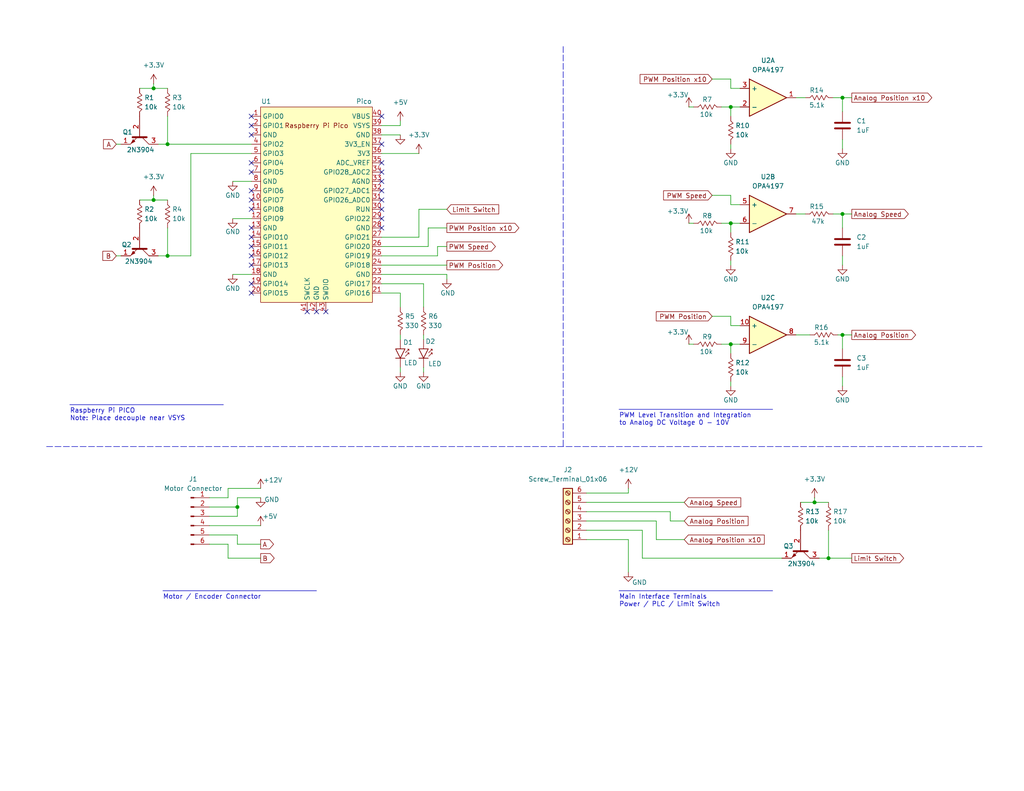
<source format=kicad_sch>
(kicad_sch (version 20231120) (generator "eeschema") (generator_version "8.0")
  (paper "USLetter")
  (title_block (title "PICO Motor Interface") (date "2024-06-24") (rev "0.00 alpha") (company "ISU") (comment 1 "Pico/Motor Interface"))
  (lib_symbols
    (symbol "00TJR:GND" (power) (pin_names (offset 0))
      (property "Value" "GND" (at 0 -3.81 0))
      (symbol "GND_0_1"
        (polyline (pts (xy 0 0) (xy 0 -1.27) (xy 1.27 -1.27) (xy 0 -2.54) (xy -1.27 -1.27) (xy 0 -1.27)))
      )
      (symbol "GND_1_1"
        (pin power_in line (at 0 0 270) (length 0) hide (name "GND") (number "1"))
      )
    )
    (symbol "00TJR:LED" (pin_numbers hide) (pin_names (offset 1.016) hide)
      (property "Reference" "D" (at -1.6764 2.921 0))
      (property "Value" "LED" (at 2.6416 2.8956 0))
      (symbol "LED_0_1"
        (polyline (pts (xy 1.27 -1.27) (xy -1.27 -1.27)) (stroke (width 0.2032)))
        (polyline (pts (xy 1.27 1.27) (xy -1.27 1.27) (xy 0 -1.27) (xy 1.27 1.27)) (stroke (width 0.2032)))
        (polyline (pts (xy 1.397 0.2286) (xy 2.3622 1.1938) (xy 2.3622 0.7874) (xy 2.3622 1.1938) (xy 1.9812 1.1938)))
      )
      (symbol "LED_1_1"
        (polyline (pts (xy 1.397 -0.762) (xy 2.3622 0.2032) (xy 2.3622 -0.2032) (xy 2.3622 0.2032) (xy 1.9812 0.2032)))
        (pin passive line (at 0 -3.81 90) (length 2.54) (name "K") (number "1"))
        (pin passive line (at 0 3.81 270) (length 2.54) (name "A") (number "2"))
      )
    )
    (symbol "Amplifier_Operational:OPA4197xPW"
      (property "Reference" "U" (at 0 3.81 0))
      (property "Value" "OPA4197xPW" (at 0 -3.81 0))
      (symbol "OPA4197xPW_1_1"
        (polyline (pts (xy -5.08 5.08) (xy 5.08 0) (xy -5.08 -5.08) (xy -5.08 5.08)) (stroke (width 0.254)) (fill (type background)))
        (pin output line (at 7.62 0 180) (length 2.54) (name "~") (number "1"))
        (pin input line (at -7.62 -2.54 0) (length 2.54) (name "-") (number "2"))
        (pin input line (at -7.62 2.54 0) (length 2.54) (name "+") (number "3"))
      )
      (symbol "OPA4197xPW_2_1"
        (polyline (pts (xy -5.08 5.08) (xy 5.08 0) (xy -5.08 -5.08) (xy -5.08 5.08)) (stroke (width 0.254)) (fill (type background)))
        (pin input line (at -7.62 2.54 0) (length 2.54) (name "+") (number "5"))
        (pin input line (at -7.62 -2.54 0) (length 2.54) (name "-") (number "6"))
        (pin output line (at 7.62 0 180) (length 2.54) (name "~") (number "7"))
      )
      (symbol "OPA4197xPW_3_1"
        (polyline (pts (xy -5.08 5.08) (xy 5.08 0) (xy -5.08 -5.08) (xy -5.08 5.08)) (stroke (width 0.254)) (fill (type background)))
        (pin input line (at -7.62 2.54 0) (length 2.54) (name "+") (number "10"))
        (pin output line (at 7.62 0 180) (length 2.54) (name "~") (number "8"))
        (pin input line (at -7.62 -2.54 0) (length 2.54) (name "-") (number "9"))
      )
      (symbol "OPA4197xPW_4_1"
        (polyline (pts (xy -5.08 5.08) (xy 5.08 0) (xy -5.08 -5.08) (xy -5.08 5.08)) (stroke (width 0.254)) (fill (type background)))
        (pin input line (at -7.62 2.54 0) (length 2.54) (name "+") (number "12"))
        (pin input line (at -7.62 -2.54 0) (length 2.54) (name "-") (number "13"))
        (pin output line (at 7.62 0 180) (length 2.54) (name "~") (number "14"))
      )
      (symbol "OPA4197xPW_5_1"
        (pin power_in line (at -2.54 -7.62 90) (length 3.81) (name "V-") (number "11"))
        (pin power_in line (at -2.54 7.62 270) (length 3.81) (name "V+") (number "4"))
      )
    )
    (symbol "C_1" (pin_numbers hide) (pin_names (offset 0.254))
      (property "Reference" "C" (at 0.635 2.54 0))
      (property "Value" "C" (at 0.635 -2.54 0))
      (symbol "C_1_0_1"
        (polyline (pts (xy -2.032 -0.762) (xy 2.032 -0.762)) (stroke (width 0.508)))
        (polyline (pts (xy -2.032 0.762) (xy 2.032 0.762)) (stroke (width 0.508)))
      )
      (symbol "C_1_1_1"
        (pin passive line (at 0 3.81 270) (length 2.794) (name "~") (number "1"))
        (pin passive line (at 0 -3.81 90) (length 2.794) (name "~") (number "2"))
      )
    )
    (symbol "C_2" (pin_numbers hide) (pin_names (offset 0.254))
      (property "Reference" "C" (at 0.635 2.54 0))
      (property "Value" "C" (at 0.635 -2.54 0))
      (symbol "C_2_0_1"
        (polyline (pts (xy -2.032 -0.762) (xy 2.032 -0.762)) (stroke (width 0.508)))
        (polyline (pts (xy -2.032 0.762) (xy 2.032 0.762)) (stroke (width 0.508)))
      )
      (symbol "C_2_1_1"
        (pin passive line (at 0 3.81 270) (length 2.794) (name "~") (number "1"))
        (pin passive line (at 0 -3.81 90) (length 2.794) (name "~") (number "2"))
      )
    )
    (symbol "Connector:Conn_01x06_Pin" (pin_names (offset 1.016) hide)
      (property "Reference" "J" (at 0 7.62 0))
      (property "Value" "Conn_01x06_Pin" (at 0 -10.16 0))
      (symbol "Conn_01x06_Pin_1_1"
        (polyline (pts (xy 1.27 -7.62) (xy 0.8636 -7.62)) (stroke (width 0.1524)))
        (polyline (pts (xy 1.27 -5.08) (xy 0.8636 -5.08)) (stroke (width 0.1524)))
        (polyline (pts (xy 1.27 -2.54) (xy 0.8636 -2.54)) (stroke (width 0.1524)))
        (polyline (pts (xy 1.27 0) (xy 0.8636 0)) (stroke (width 0.1524)))
        (polyline (pts (xy 1.27 2.54) (xy 0.8636 2.54)) (stroke (width 0.1524)))
        (polyline (pts (xy 1.27 5.08) (xy 0.8636 5.08)) (stroke (width 0.1524)))
        (rectangle (start 0.8636 -7.493) (end 0 -7.747) (stroke (width 0.1524)) (fill (type outline)))
        (rectangle (start 0.8636 -4.953) (end 0 -5.207) (stroke (width 0.1524)) (fill (type outline)))
        (rectangle (start 0.8636 -2.413) (end 0 -2.667) (stroke (width 0.1524)) (fill (type outline)))
        (rectangle (start 0.8636 0.127) (end 0 -0.127) (stroke (width 0.1524)) (fill (type outline)))
        (rectangle (start 0.8636 2.667) (end 0 2.413) (stroke (width 0.1524)) (fill (type outline)))
        (rectangle (start 0.8636 5.207) (end 0 4.953) (stroke (width 0.1524)) (fill (type outline)))
        (pin passive line (at 5.08 5.08 180) (length 3.81) (name "Pin_1") (number "1"))
        (pin passive line (at 5.08 2.54 180) (length 3.81) (name "Pin_2") (number "2"))
        (pin passive line (at 5.08 0 180) (length 3.81) (name "Pin_3") (number "3"))
        (pin passive line (at 5.08 -2.54 180) (length 3.81) (name "Pin_4") (number "4"))
        (pin passive line (at 5.08 -5.08 180) (length 3.81) (name "Pin_5") (number "5"))
        (pin passive line (at 5.08 -7.62 180) (length 3.81) (name "Pin_6") (number "6"))
      )
    )
    (symbol "Connector:Screw_Terminal_01x06" (pin_names (offset 1.016) hide)
      (property "Reference" "J" (at 0 7.62 0))
      (property "Value" "Screw_Terminal_01x06" (at 0 -10.16 0))
      (symbol "Screw_Terminal_01x06_1_1"
        (rectangle (start -1.27 6.35) (end 1.27 -8.89) (stroke (width 0.254)) (fill (type background)))
        (circle (center 0 -7.62) (radius 0.635) (stroke (width 0.1524)))
        (circle (center 0 -5.08) (radius 0.635) (stroke (width 0.1524)))
        (circle (center 0 -2.54) (radius 0.635) (stroke (width 0.1524)))
        (polyline (pts (xy -0.5334 -7.2898) (xy 0.3302 -8.128)) (stroke (width 0.1524)))
        (polyline (pts (xy -0.5334 -4.7498) (xy 0.3302 -5.588)) (stroke (width 0.1524)))
        (polyline (pts (xy -0.5334 -2.2098) (xy 0.3302 -3.048)) (stroke (width 0.1524)))
        (polyline (pts (xy -0.5334 0.3302) (xy 0.3302 -0.508)) (stroke (width 0.1524)))
        (polyline (pts (xy -0.5334 2.8702) (xy 0.3302 2.032)) (stroke (width 0.1524)))
        (polyline (pts (xy -0.5334 5.4102) (xy 0.3302 4.572)) (stroke (width 0.1524)))
        (polyline (pts (xy -0.3556 -7.112) (xy 0.508 -7.9502)) (stroke (width 0.1524)))
        (polyline (pts (xy -0.3556 -4.572) (xy 0.508 -5.4102)) (stroke (width 0.1524)))
        (polyline (pts (xy -0.3556 -2.032) (xy 0.508 -2.8702)) (stroke (width 0.1524)))
        (polyline (pts (xy -0.3556 0.508) (xy 0.508 -0.3302)) (stroke (width 0.1524)))
        (polyline (pts (xy -0.3556 3.048) (xy 0.508 2.2098)) (stroke (width 0.1524)))
        (polyline (pts (xy -0.3556 5.588) (xy 0.508 4.7498)) (stroke (width 0.1524)))
        (circle (center 0 0) (radius 0.635) (stroke (width 0.1524)))
        (circle (center 0 2.54) (radius 0.635) (stroke (width 0.1524)))
        (circle (center 0 5.08) (radius 0.635) (stroke (width 0.1524)))
        (pin passive line (at -5.08 5.08 0) (length 3.81) (name "Pin_1") (number "1"))
        (pin passive line (at -5.08 2.54 0) (length 3.81) (name "Pin_2") (number "2"))
        (pin passive line (at -5.08 0 0) (length 3.81) (name "Pin_3") (number "3"))
        (pin passive line (at -5.08 -2.54 0) (length 3.81) (name "Pin_4") (number "4"))
        (pin passive line (at -5.08 -5.08 0) (length 3.81) (name "Pin_5") (number "5"))
        (pin passive line (at -5.08 -7.62 0) (length 3.81) (name "Pin_6") (number "6"))
      )
    )
    (symbol "Device:C" (pin_numbers hide) (pin_names (offset 0.254))
      (property "Reference" "C" (at 0.635 2.54 0))
      (property "Value" "C" (at 0.635 -2.54 0))
      (symbol "C_0_1"
        (polyline (pts (xy -2.032 -0.762) (xy 2.032 -0.762)) (stroke (width 0.508)))
        (polyline (pts (xy -2.032 0.762) (xy 2.032 0.762)) (stroke (width 0.508)))
      )
      (symbol "C_1_1"
        (pin passive line (at 0 3.81 270) (length 2.794) (name "~") (number "1"))
        (pin passive line (at 0 -3.81 90) (length 2.794) (name "~") (number "2"))
      )
    )
    (symbol "F2018-cache:GND" (power) (pin_names (offset 0))
      (property "Value" "GND" (at 0 -3.81 0))
      (symbol "GND_0_1"
        (polyline (pts (xy 0 0) (xy 0 -1.27) (xy 1.27 -1.27) (xy 0 -2.54) (xy -1.27 -1.27) (xy 0 -1.27)))
      )
      (symbol "GND_1_1"
        (pin power_in line (at 0 0 270) (length 0) hide (name "GND") (number "1"))
      )
    )
    (symbol "MCU_RaspberryPi_and_Boards:Pico"
      (property "Reference" "U" (at -13.97 27.94 0))
      (property "Value" "Pico" (at 0 19.05 0))
      (symbol "Pico_0_0"
        (text "Raspberry Pi Pico" (at 0 21.59 0) (effects (font (size 1.27 1.27))))
      )
      (symbol "Pico_0_1"
        (rectangle (start -15.24 26.67) (end 15.24 -26.67) (fill (type background)))
      )
      (symbol "Pico_1_1"
        (pin bidirectional line (at -17.78 24.13 0) (length 2.54) (name "GPIO0") (number "1"))
        (pin bidirectional line (at -17.78 1.27 0) (length 2.54) (name "GPIO7") (number "10"))
        (pin bidirectional line (at -17.78 -1.27 0) (length 2.54) (name "GPIO8") (number "11"))
        (pin bidirectional line (at -17.78 -3.81 0) (length 2.54) (name "GPIO9") (number "12"))
        (pin power_in line (at -17.78 -6.35 0) (length 2.54) (name "GND") (number "13"))
        (pin bidirectional line (at -17.78 -8.89 0) (length 2.54) (name "GPIO10") (number "14"))
        (pin bidirectional line (at -17.78 -11.43 0) (length 2.54) (name "GPIO11") (number "15"))
        (pin bidirectional line (at -17.78 -13.97 0) (length 2.54) (name "GPIO12") (number "16"))
        (pin bidirectional line (at -17.78 -16.51 0) (length 2.54) (name "GPIO13") (number "17"))
        (pin power_in line (at -17.78 -19.05 0) (length 2.54) (name "GND") (number "18"))
        (pin bidirectional line (at -17.78 -21.59 0) (length 2.54) (name "GPIO14") (number "19"))
        (pin bidirectional line (at -17.78 21.59 0) (length 2.54) (name "GPIO1") (number "2"))
        (pin bidirectional line (at -17.78 -24.13 0) (length 2.54) (name "GPIO15") (number "20"))
        (pin bidirectional line (at 17.78 -24.13 180) (length 2.54) (name "GPIO16") (number "21"))
        (pin bidirectional line (at 17.78 -21.59 180) (length 2.54) (name "GPIO17") (number "22"))
        (pin power_in line (at 17.78 -19.05 180) (length 2.54) (name "GND") (number "23"))
        (pin bidirectional line (at 17.78 -16.51 180) (length 2.54) (name "GPIO18") (number "24"))
        (pin bidirectional line (at 17.78 -13.97 180) (length 2.54) (name "GPIO19") (number "25"))
        (pin bidirectional line (at 17.78 -11.43 180) (length 2.54) (name "GPIO20") (number "26"))
        (pin bidirectional line (at 17.78 -8.89 180) (length 2.54) (name "GPIO21") (number "27"))
        (pin power_in line (at 17.78 -6.35 180) (length 2.54) (name "GND") (number "28"))
        (pin bidirectional line (at 17.78 -3.81 180) (length 2.54) (name "GPIO22") (number "29"))
        (pin power_in line (at -17.78 19.05 0) (length 2.54) (name "GND") (number "3"))
        (pin input line (at 17.78 -1.27 180) (length 2.54) (name "RUN") (number "30"))
        (pin bidirectional line (at 17.78 1.27 180) (length 2.54) (name "GPIO26_ADC0") (number "31"))
        (pin bidirectional line (at 17.78 3.81 180) (length 2.54) (name "GPIO27_ADC1") (number "32"))
        (pin power_in line (at 17.78 6.35 180) (length 2.54) (name "AGND") (number "33"))
        (pin bidirectional line (at 17.78 8.89 180) (length 2.54) (name "GPIO28_ADC2") (number "34"))
        (pin power_in line (at 17.78 11.43 180) (length 2.54) (name "ADC_VREF") (number "35"))
        (pin power_in line (at 17.78 13.97 180) (length 2.54) (name "3V3") (number "36"))
        (pin input line (at 17.78 16.51 180) (length 2.54) (name "3V3_EN") (number "37"))
        (pin bidirectional line (at 17.78 19.05 180) (length 2.54) (name "GND") (number "38"))
        (pin power_in line (at 17.78 21.59 180) (length 2.54) (name "VSYS") (number "39"))
        (pin bidirectional line (at -17.78 16.51 0) (length 2.54) (name "GPIO2") (number "4"))
        (pin power_in line (at 17.78 24.13 180) (length 2.54) (name "VBUS") (number "40"))
        (pin input line (at -2.54 -29.21 90) (length 2.54) (name "SWCLK") (number "41"))
        (pin power_in line (at 0 -29.21 90) (length 2.54) (name "GND") (number "42"))
        (pin bidirectional line (at 2.54 -29.21 90) (length 2.54) (name "SWDIO") (number "43"))
        (pin bidirectional line (at -17.78 13.97 0) (length 2.54) (name "GPIO3") (number "5"))
        (pin bidirectional line (at -17.78 11.43 0) (length 2.54) (name "GPIO4") (number "6"))
        (pin bidirectional line (at -17.78 8.89 0) (length 2.54) (name "GPIO5") (number "7"))
        (pin power_in line (at -17.78 6.35 0) (length 2.54) (name "GND") (number "8"))
        (pin bidirectional line (at -17.78 3.81 0) (length 2.54) (name "GPIO6") (number "9"))
      )
    )
    (symbol "TJR:2N3904" (pin_names (offset 0) hide)
      (property "Reference" "Q" (at 5.08 1.905 0))
      (property "Value" "2N3904" (at 5.08 0 0))
      (symbol "2N3904_0_1"
        (polyline (pts (xy 0.635 0.635) (xy 2.54 2.54)))
        (polyline (pts (xy 0.635 -0.635) (xy 2.54 -2.54) (xy 2.54 -2.54)))
        (polyline (pts (xy 0.635 1.905) (xy 0.635 -1.905) (xy 0.635 -1.905)) (stroke (width 0.508)))
        (polyline (pts (xy 1.27 -1.778) (xy 1.778 -1.27) (xy 2.286 -2.286) (xy 1.27 -1.778) (xy 1.27 -1.778)) (fill (type outline)))
      )
      (symbol "2N3904_1_1"
        (pin passive line (at 2.54 -5.08 90) (length 2.54) (name "E") (number "1"))
        (pin passive line (at -5.08 0 0) (length 5.715) (name "B") (number "2"))
        (pin passive line (at 2.54 5.08 270) (length 2.54) (name "C") (number "3"))
      )
    )
    (symbol "TJR:R" (pin_numbers hide) (pin_names (offset 0) hide)
      (property "Reference" "R" (at 2.032 0 0))
      (property "Value" "R" (at -1.905 0 0))
      (symbol "R_0_1"
        (polyline (pts (xy 0 2.54) (xy 0.635 1.905) (xy -0.635 1.27) (xy 0.635 0.635) (xy -0.635 0) (xy 0.635 -0.635) (xy -0.635 -1.27) (xy 0.635 -1.905) (xy 0 -2.54)))
      )
      (symbol "R_1_1"
        (pin passive line (at 0 3.81 270) (length 1.27) (name "~") (number "1"))
        (pin passive line (at 0 -3.81 90) (length 1.27) (name "~") (number "2"))
      )
    )
    (symbol "power:+12V" (power) (pin_numbers hide) (pin_names (offset 0) hide)
      (property "Value" "+12V" (at 0 3.556 0))
      (symbol "+12V_0_1"
        (polyline (pts (xy -0.762 1.27) (xy 0 2.54)))
        (polyline (pts (xy 0 0) (xy 0 2.54)))
        (polyline (pts (xy 0 2.54) (xy 0.762 1.27)))
      )
      (symbol "+12V_1_1"
        (pin power_in line (at 0 0 90) (length 0) (name "~") (number "1"))
      )
    )
    (symbol "power:+3.3V" (power) (pin_numbers hide) (pin_names (offset 0) hide)
      (property "Value" "+3.3V" (at 0 3.556 0))
      (symbol "+3.3V_0_1"
        (polyline (pts (xy -0.762 1.27) (xy 0 2.54)))
        (polyline (pts (xy 0 0) (xy 0 2.54)))
        (polyline (pts (xy 0 2.54) (xy 0.762 1.27)))
      )
      (symbol "+3.3V_1_1"
        (pin power_in line (at 0 0 90) (length 0) (name "~") (number "1"))
      )
    )
    (symbol "power:+5V" (power) (pin_numbers hide) (pin_names (offset 0) hide)
      (property "Value" "+5V" (at 0 3.556 0))
      (symbol "+5V_0_1"
        (polyline (pts (xy -0.762 1.27) (xy 0 2.54)))
        (polyline (pts (xy 0 0) (xy 0 2.54)))
        (polyline (pts (xy 0 2.54) (xy 0.762 1.27)))
      )
      (symbol "+5V_1_1"
        (pin power_in line (at 0 0 90) (length 0) (name "~") (number "1"))
      )
    )
  )
  (junction (at 64.77 138.43))
  (junction (at 45.72 39.37))
  (junction (at 41.91 24.13))
  (junction (at 199.39 93.98))
  (junction (at 41.91 54.61))
  (junction (at 199.39 60.96))
  (junction (at 199.39 29.21))
  (junction (at 229.87 58.42))
  (junction (at 229.87 26.67))
  (junction (at 226.06 152.4))
  (junction (at 45.72 69.85))
  (junction (at 229.87 91.44))
  (junction (at 222.25 137.16))
  (no_connect (at 104.14 52.07))
  (no_connect (at 68.58 52.07))
  (no_connect (at 104.14 54.61))
  (no_connect (at 86.36 85.09))
  (no_connect (at 68.58 57.15))
  (no_connect (at 68.58 54.61))
  (no_connect (at 68.58 46.99))
  (no_connect (at 68.58 34.29))
  (no_connect (at 68.58 62.23))
  (no_connect (at 68.58 31.75))
  (no_connect (at 68.58 77.47))
  (no_connect (at 88.9 85.09))
  (no_connect (at 68.58 80.01))
  (no_connect (at 104.14 62.23))
  (no_connect (at 68.58 36.83))
  (no_connect (at 104.14 31.75))
  (no_connect (at 104.14 39.37))
  (no_connect (at 104.14 44.45))
  (no_connect (at 68.58 69.85))
  (no_connect (at 68.58 44.45))
  (no_connect (at 68.58 67.31))
  (no_connect (at 104.14 49.53))
  (no_connect (at 104.14 46.99))
  (no_connect (at 68.58 72.39))
  (no_connect (at 104.14 57.15))
  (no_connect (at 83.82 85.09))
  (no_connect (at 68.58 64.77))
  (no_connect (at 104.14 59.69))
  (wire (pts (xy 119.38 67.31) (xy 119.38 69.85)))
  (wire (pts (xy 182.88 139.7) (xy 182.88 142.24)))
  (polyline (pts (xy 168.91 161.29) (xy 210.82 161.29)) (stroke (width 0) (type solid)))
  (wire (pts (xy 229.87 91.44) (xy 232.41 91.44)))
  (wire (pts (xy 104.14 34.29) (xy 109.22 34.29)))
  (wire (pts (xy 227.33 58.42) (xy 229.87 58.42)))
  (wire (pts (xy 179.07 147.32) (xy 186.69 147.32)))
  (wire (pts (xy 52.07 41.91) (xy 68.58 41.91)))
  (wire (pts (xy 171.45 134.62) (xy 171.45 133.35)))
  (polyline (pts (xy 168.91 111.76) (xy 210.82 111.76)) (stroke (width 0) (type solid)))
  (wire (pts (xy 179.07 142.24) (xy 179.07 147.32)))
  (wire (pts (xy 41.91 53.34) (xy 41.91 54.61)))
  (wire (pts (xy 64.77 135.89) (xy 64.77 138.43)))
  (wire (pts (xy 64.77 148.59) (xy 64.77 146.05)))
  (wire (pts (xy 187.96 93.98) (xy 189.23 93.98)))
  (wire (pts (xy 64.77 148.59) (xy 71.12 148.59)))
  (wire (pts (xy 109.22 91.44) (xy 109.22 92.71)))
  (wire (pts (xy 196.85 29.21) (xy 199.39 29.21)))
  (wire (pts (xy 199.39 21.59) (xy 199.39 24.13)))
  (polyline (pts (xy 12.7 121.92) (xy 267.97 121.92)) (stroke (width 0) (type dash)))
  (wire (pts (xy 199.39 104.14) (xy 199.39 105.41)))
  (wire (pts (xy 62.23 135.89) (xy 62.23 133.35)))
  (wire (pts (xy 114.3 57.15) (xy 121.92 57.15)))
  (wire (pts (xy 121.92 74.93) (xy 121.92 76.2)))
  (wire (pts (xy 41.91 22.86) (xy 41.91 24.13)))
  (wire (pts (xy 62.23 152.4) (xy 71.12 152.4)))
  (wire (pts (xy 109.22 100.33) (xy 109.22 101.6)))
  (wire (pts (xy 38.1 24.13) (xy 41.91 24.13)))
  (wire (pts (xy 229.87 26.67) (xy 232.41 26.67)))
  (wire (pts (xy 175.26 144.78) (xy 175.26 152.4)))
  (wire (pts (xy 199.39 24.13) (xy 201.93 24.13)))
  (wire (pts (xy 160.02 144.78) (xy 175.26 144.78)))
  (wire (pts (xy 63.5 59.69) (xy 68.58 59.69)))
  (wire (pts (xy 45.72 39.37) (xy 68.58 39.37)))
  (wire (pts (xy 218.44 137.16) (xy 222.25 137.16)))
  (wire (pts (xy 229.87 38.1) (xy 229.87 40.64)))
  (wire (pts (xy 229.87 58.42) (xy 232.41 58.42)))
  (wire (pts (xy 64.77 140.97) (xy 57.15 140.97)))
  (wire (pts (xy 114.3 64.77) (xy 104.14 64.77)))
  (wire (pts (xy 226.06 152.4) (xy 226.06 144.78)))
  (wire (pts (xy 119.38 69.85) (xy 104.14 69.85)))
  (wire (pts (xy 217.17 91.44) (xy 220.98 91.44)))
  (wire (pts (xy 62.23 152.4) (xy 62.23 148.59)))
  (wire (pts (xy 182.88 142.24) (xy 186.69 142.24)))
  (wire (pts (xy 199.39 60.96) (xy 201.93 60.96)))
  (polyline (pts (xy 19.05 110.49) (xy 60.96 110.49)) (stroke (width 0) (type solid)))
  (wire (pts (xy 109.22 80.01) (xy 109.22 83.82)))
  (wire (pts (xy 104.14 41.91) (xy 114.3 41.91)))
  (wire (pts (xy 68.58 49.53) (xy 63.5 49.53)))
  (wire (pts (xy 160.02 134.62) (xy 171.45 134.62)))
  (wire (pts (xy 199.39 93.98) (xy 199.39 96.52)))
  (wire (pts (xy 114.3 57.15) (xy 114.3 64.77)))
  (wire (pts (xy 43.18 39.37) (xy 45.72 39.37)))
  (wire (pts (xy 160.02 147.32) (xy 171.45 147.32)))
  (wire (pts (xy 52.07 69.85) (xy 45.72 69.85)))
  (wire (pts (xy 222.25 137.16) (xy 226.06 137.16)))
  (wire (pts (xy 229.87 102.87) (xy 229.87 105.41)))
  (wire (pts (xy 64.77 135.89) (xy 71.12 135.89)))
  (wire (pts (xy 171.45 147.32) (xy 171.45 156.21)))
  (wire (pts (xy 199.39 93.98) (xy 201.93 93.98)))
  (wire (pts (xy 115.57 100.33) (xy 115.57 101.6)))
  (wire (pts (xy 104.14 36.83) (xy 109.22 36.83)))
  (wire (pts (xy 199.39 29.21) (xy 199.39 31.75)))
  (wire (pts (xy 57.15 138.43) (xy 64.77 138.43)))
  (wire (pts (xy 31.75 39.37) (xy 33.02 39.37)))
  (wire (pts (xy 43.18 69.85) (xy 45.72 69.85)))
  (wire (pts (xy 31.75 69.85) (xy 33.02 69.85)))
  (wire (pts (xy 57.15 135.89) (xy 62.23 135.89)))
  (wire (pts (xy 194.31 21.59) (xy 199.39 21.59)))
  (wire (pts (xy 104.14 80.01) (xy 109.22 80.01)))
  (wire (pts (xy 229.87 58.42) (xy 229.87 62.23)))
  (wire (pts (xy 199.39 88.9) (xy 201.93 88.9)))
  (wire (pts (xy 229.87 26.67) (xy 229.87 30.48)))
  (wire (pts (xy 62.23 148.59) (xy 57.15 148.59)))
  (wire (pts (xy 160.02 142.24) (xy 179.07 142.24)))
  (wire (pts (xy 226.06 152.4) (xy 232.41 152.4)))
  (wire (pts (xy 109.22 33.02) (xy 109.22 34.29)))
  (wire (pts (xy 115.57 91.44) (xy 115.57 92.71)))
  (wire (pts (xy 57.15 143.51) (xy 71.12 143.51)))
  (wire (pts (xy 116.84 62.23) (xy 121.92 62.23)))
  (wire (pts (xy 119.38 67.31) (xy 121.92 67.31)))
  (wire (pts (xy 64.77 146.05) (xy 57.15 146.05)))
  (wire (pts (xy 116.84 67.31) (xy 116.84 62.23)))
  (wire (pts (xy 229.87 69.85) (xy 229.87 72.39)))
  (wire (pts (xy 104.14 67.31) (xy 116.84 67.31)))
  (wire (pts (xy 199.39 71.12) (xy 199.39 72.39)))
  (wire (pts (xy 199.39 39.37) (xy 199.39 40.64)))
  (wire (pts (xy 199.39 55.88) (xy 201.93 55.88)))
  (wire (pts (xy 62.23 133.35) (xy 71.12 133.35)))
  (wire (pts (xy 104.14 74.93) (xy 121.92 74.93)))
  (wire (pts (xy 199.39 29.21) (xy 201.93 29.21)))
  (wire (pts (xy 223.52 152.4) (xy 226.06 152.4)))
  (wire (pts (xy 187.96 60.96) (xy 189.23 60.96)))
  (wire (pts (xy 194.31 86.36) (xy 199.39 86.36)))
  (wire (pts (xy 41.91 54.61) (xy 45.72 54.61)))
  (wire (pts (xy 52.07 41.91) (xy 52.07 69.85)))
  (wire (pts (xy 115.57 77.47) (xy 115.57 83.82)))
  (wire (pts (xy 199.39 53.34) (xy 199.39 55.88)))
  (wire (pts (xy 175.26 152.4) (xy 213.36 152.4)))
  (wire (pts (xy 222.25 135.89) (xy 222.25 137.16)))
  (wire (pts (xy 227.33 26.67) (xy 229.87 26.67)))
  (wire (pts (xy 160.02 137.16) (xy 186.69 137.16)))
  (wire (pts (xy 38.1 54.61) (xy 41.91 54.61)))
  (wire (pts (xy 45.72 69.85) (xy 45.72 62.23)))
  (wire (pts (xy 199.39 60.96) (xy 199.39 63.5)))
  (wire (pts (xy 160.02 139.7) (xy 182.88 139.7)))
  (wire (pts (xy 45.72 39.37) (xy 45.72 31.75)))
  (wire (pts (xy 199.39 86.36) (xy 199.39 88.9)))
  (polyline (pts (xy 153.67 12.7) (xy 153.67 121.92)) (stroke (width 0) (type dash)))
  (wire (pts (xy 196.85 93.98) (xy 199.39 93.98)))
  (wire (pts (xy 63.5 74.93) (xy 68.58 74.93)))
  (wire (pts (xy 228.6 91.44) (xy 229.87 91.44)))
  (wire (pts (xy 217.17 26.67) (xy 219.71 26.67)))
  (wire (pts (xy 187.96 29.21) (xy 189.23 29.21)))
  (wire (pts (xy 64.77 138.43) (xy 64.77 140.97)))
  (wire (pts (xy 229.87 91.44) (xy 229.87 95.25)))
  (wire (pts (xy 104.14 77.47) (xy 115.57 77.47)))
  (wire (pts (xy 196.85 60.96) (xy 199.39 60.96)))
  (polyline (pts (xy 44.45 161.29) (xy 86.36 161.29)) (stroke (width 0) (type solid)))
  (wire (pts (xy 217.17 58.42) (xy 219.71 58.42)))
  (wire (pts (xy 41.91 24.13) (xy 45.72 24.13)))
  (wire (pts (xy 194.31 53.34) (xy 199.39 53.34)))
  (wire (pts (xy 104.14 72.39) (xy 121.92 72.39)))
  (text "PWM Level Transition and Integration\nto Analog DC Voltage 0 - 10V" (at 168.91 112.776 0) (effects (font (size 1.27 1.27)) (justify left top)))
  (text "Main Interface Terminals\nPower / PLC / Limit Switch" (at 168.91 162.306 0) (effects (font (size 1.27 1.27)) (justify left top)))
  (text "Motor / Encoder Connector" (at 44.45 162.306 0) (effects (font (size 1.27 1.27)) (justify left top)))
  (text "Raspberry Pi PICO\nNote: Place decouple near VSYS" (at 19.05 111.506 0) (effects (font (size 1.27 1.27)) (justify left top)))
  (global_label "B" (shape output) (at 71.12 152.4 0) (property "Intersheetrefs" "${INTERSHEET_REFS}" (effects (hide yes))))
  (global_label "PWM Position" (shape output) (at 121.92 72.39 0) (property "Intersheetrefs" "${INTERSHEET_REFS}" (effects (hide yes))))
  (global_label "A" (shape input) (at 31.75 39.37 180) (property "Intersheetrefs" "${INTERSHEET_REFS}" (effects (hide yes))))
  (global_label "A" (shape output) (at 71.12 148.59 0) (property "Intersheetrefs" "${INTERSHEET_REFS}" (effects (hide yes))))
  (global_label "Analog Position x10" (shape output) (at 232.41 26.67 0) (property "Intersheetrefs" "${INTERSHEET_REFS}" (effects (hide yes))))
  (global_label "Limit Switch" (shape input) (at 121.92 57.15 0) (property "Intersheetrefs" "${INTERSHEET_REFS}" (effects (hide yes))))
  (global_label "Analog Speed" (shape input) (at 186.69 137.16 0) (property "Intersheetrefs" "${INTERSHEET_REFS}" (effects (hide yes))))
  (global_label "PWM Speed" (shape input) (at 194.31 53.34 180) (property "Intersheetrefs" "${INTERSHEET_REFS}" (effects (hide yes))))
  (global_label "Analog Position x10" (shape input) (at 186.69 147.32 0) (property "Intersheetrefs" "${INTERSHEET_REFS}" (effects (hide yes))))
  (global_label "Analog Position" (shape output) (at 232.41 91.44 0) (property "Intersheetrefs" "${INTERSHEET_REFS}" (effects (hide yes))))
  (global_label "PWM Position" (shape input) (at 194.31 86.36 180) (property "Intersheetrefs" "${INTERSHEET_REFS}" (effects (hide yes))))
  (global_label "PWM Position x10" (shape input) (at 194.31 21.59 180) (property "Intersheetrefs" "${INTERSHEET_REFS}" (effects (hide yes))))
  (global_label "Analog Speed" (shape output) (at 232.41 58.42 0) (property "Intersheetrefs" "${INTERSHEET_REFS}" (effects (hide yes))))
  (global_label "PWM Speed" (shape output) (at 121.92 67.31 0) (property "Intersheetrefs" "${INTERSHEET_REFS}" (effects (hide yes))))
  (global_label "Analog Position" (shape input) (at 186.69 142.24 0) (property "Intersheetrefs" "${INTERSHEET_REFS}" (effects (hide yes))))
  (global_label "Limit Switch" (shape output) (at 232.41 152.4 0) (property "Intersheetrefs" "${INTERSHEET_REFS}" (effects (hide yes))))
  (global_label "PWM Position x10" (shape output) (at 121.92 62.23 0) (property "Intersheetrefs" "${INTERSHEET_REFS}" (effects (hide yes))))
  (global_label "B" (shape input) (at 31.75 69.85 180) (property "Intersheetrefs" "${INTERSHEET_REFS}" (effects (hide yes))))
  (symbol (lib_id "power:+3.3V") (at 222.25 135.89 0) (unit 1)
    (property "Reference" "#PWR023" (effects (hide yes)))
    (property "Value" "+3.3V" (at 222.25 130.81 0))
    (property "Description" "Power symbol creates a global label with name \"+3.3V\"" (effects (hide yes)))
  )
  (symbol (lib_id "Device:C") (at 229.87 34.29 0) (unit 1)
    (property "Reference" "C1" (at 233.68 33.0199 0) (effects (justify left)))
    (property "Value" "1uF" (at 233.68 35.5599 0) (effects (justify left)))
    (property "Footprint" "TJR:C_Rect_L7.3mm_W4.5_H9.5mm_P5.0mmx" (effects (hide yes)))
    (property "Description" "Unpolarized capacitor" (effects (hide yes)))
  )
  (symbol (lib_id "power:+3.3V") (at 41.91 22.86 0) (unit 1)
    (property "Reference" "#PWR01" (effects (hide yes)))
    (property "Value" "+3.3V" (at 41.91 17.78 0))
    (property "Description" "Power symbol creates a global label with name \"+3.3V\"" (effects (hide yes)))
  )
  (symbol (lib_id "Connector:Screw_Terminal_01x06") (at 154.94 142.24 180) (unit 1)
    (property "Reference" "J2" (at 154.94 128.27 0))
    (property "Value" "Screw_Terminal_01x06" (at 154.94 130.81 0))
    (property "Footprint" "TerminalBlock_Phoenix:TerminalBlock_Phoenix_PT-1,5-6-5.0-H_1x06_P5.00mm_Horizontal" (effects (hide yes)))
    (property "Description" "Generic screw terminal, single row, 01x06, script generated (kicad-library-utils/schlib/autogen/connector/)" (effects (hide yes)))
  )
  (symbol (lib_id "power:+12V") (at 71.12 133.35 0) (unit 1)
    (property "Reference" "#PWR06" (effects (hide yes)))
    (property "Value" "+12V" (at 74.422 131.064 0))
    (property "Description" "Power symbol creates a global label with name \"+12V\"" (effects (hide yes)))
  )
  (symbol (lib_id "00TJR:GND") (at 199.39 72.39 0) (unit 1)
    (property "Reference" "#PWR021" (effects (hide yes)))
    (property "Value" "GND" (at 199.39 76.2 0))
  )
  (symbol (lib_id "power:+3.3V") (at 187.96 29.21 0) (unit 1)
    (property "Reference" "#PWR017" (effects (hide yes)))
    (property "Value" "+3.3V" (at 184.912 25.908 0))
    (property "Description" "Power symbol creates a global label with name \"+3.3V\"" (effects (hide yes)))
  )
  (symbol (lib_id "TJR:R") (at 226.06 140.97 0) (unit 1)
    (property "Reference" "R17" (at 227.33 139.6999 0) (effects (justify left)))
    (property "Value" "10k" (at 227.33 142.2399 0) (effects (justify left)))
    (property "Footprint" "TJR:R_Axial_DIN0207_L6.3mm_D2.5mm_P7.62mm_Horizontal" (effects (hide yes)))
    (property "Datasheet" "https://www.seielect.com/catalog/sei-cf_cfm.pdf" (effects (hide yes)))
    (property "Description" "1/2W" (effects (hide yes)))
    (property "digikey" "https://www.digikey.com/en/products/detail/stackpole-electronics-inc/CFM12JT47R0/1741962" (effects (hide yes)))
  )
  (symbol (lib_id "TJR:R") (at 193.04 60.96 90) (unit 1)
    (property "Reference" "R8" (at 194.31 58.928 90) (effects (justify left)))
    (property "Value" "10k" (at 194.564 62.992 90) (effects (justify left)))
    (property "Footprint" "TJR:R_Axial_DIN0207_L6.3mm_D2.5mm_P7.62mm_Horizontal" (effects (hide yes)))
    (property "Datasheet" "https://www.seielect.com/catalog/sei-cf_cfm.pdf" (effects (hide yes)))
    (property "Description" "1/2W" (effects (hide yes)))
    (property "digikey" "https://www.digikey.com/en/products/detail/stackpole-electronics-inc/CFM12JT47R0/1741962" (effects (hide yes)))
  )
  (symbol (lib_id "TJR:R") (at 199.39 67.31 0) (unit 1)
    (property "Reference" "R11" (at 200.66 66.0399 0) (effects (justify left)))
    (property "Value" "10k" (at 200.66 68.5799 0) (effects (justify left)))
    (property "Footprint" "TJR:R_Axial_DIN0207_L6.3mm_D2.5mm_P7.62mm_Horizontal" (effects (hide yes)))
    (property "Datasheet" "https://www.seielect.com/catalog/sei-cf_cfm.pdf" (effects (hide yes)))
    (property "Description" "1/2W" (effects (hide yes)))
    (property "digikey" "https://www.digikey.com/en/products/detail/stackpole-electronics-inc/CFM12JT47R0/1741962" (effects (hide yes)))
  )
  (symbol (lib_name "C_2") (lib_id "Device:C") (at 229.87 99.06 0) (unit 1)
    (property "Reference" "C3" (at 233.68 97.7899 0) (effects (justify left)))
    (property "Value" "1uF" (at 233.68 100.3299 0) (effects (justify left)))
    (property "Footprint" "TJR:C_Rect_L7.3mm_W4.5_H9.5mm_P5.0mmx" (effects (hide yes)))
    (property "Description" "Unpolarized capacitor" (effects (hide yes)))
    (property "digikey" "https://www.digikey.com/en/products/detail/epcos-tdk-electronics/B32529C0105K189/1089751" (effects (hide yes)))
  )
  (symbol (lib_id "TJR:R") (at 199.39 35.56 0) (unit 1)
    (property "Reference" "R10" (at 200.66 34.2899 0) (effects (justify left)))
    (property "Value" "10k" (at 200.66 36.8299 0) (effects (justify left)))
    (property "Footprint" "TJR:R_Axial_DIN0207_L6.3mm_D2.5mm_P7.62mm_Horizontal" (effects (hide yes)))
    (property "Datasheet" "https://www.seielect.com/catalog/sei-cf_cfm.pdf" (effects (hide yes)))
    (property "Description" "1/2W" (effects (hide yes)))
    (property "digikey" "https://www.digikey.com/en/products/detail/stackpole-electronics-inc/CFM12JT47R0/1741962" (effects (hide yes)))
  )
  (symbol (lib_id "MCU_RaspberryPi_and_Boards:Pico") (at 86.36 55.88 0) (unit 1)
    (property "Reference" "U1" (at 72.644 27.686 0))
    (property "Value" "Pico" (at 99.314 27.686 0))
    (property "Footprint" "TJR:RPi_Pico_SMD_TH" (effects (hide yes)))
  )
  (symbol (lib_id "TJR:R") (at 38.1 27.94 0) (unit 1)
    (property "Reference" "R1" (at 39.37 26.6699 0) (effects (justify left)))
    (property "Value" "10k" (at 39.37 29.2099 0) (effects (justify left)))
    (property "Footprint" "TJR:R_Axial_DIN0207_L6.3mm_D2.5mm_P7.62mm_Horizontal" (effects (hide yes)))
    (property "Datasheet" "https://www.seielect.com/catalog/sei-cf_cfm.pdf" (effects (hide yes)))
    (property "Description" "1/2W" (effects (hide yes)))
    (property "digikey" "https://www.digikey.com/en/products/detail/stackpole-electronics-inc/CFM12JT47R0/1741962" (effects (hide yes)))
  )
  (symbol (lib_id "power:+3.3V") (at 114.3 41.91 0) (unit 1)
    (property "Reference" "#PWR012" (effects (hide yes)))
    (property "Value" "+3.3V" (at 114.3 36.83 0))
    (property "Description" "Power symbol creates a global label with name \"+3.3V\"" (effects (hide yes)))
  )
  (symbol (lib_id "00TJR:GND") (at 121.92 76.2 0) (unit 1)
    (property "Reference" "#PWR014" (effects (hide yes)))
    (property "Value" "GND" (at 122.174 80.01 0))
  )
  (symbol (lib_id "00TJR:GND") (at 63.5 74.93 0) (unit 1)
    (property "Reference" "#PWR05" (effects (hide yes)))
    (property "Value" "GND" (at 63.5 78.74 0))
  )
  (symbol (lib_id "F2018-cache:GND") (at 171.45 156.21 0) (unit 1)
    (property "Reference" "#PWR016" (effects (hide yes)))
    (property "Value" "GND" (at 174.498 159.004 0))
  )
  (symbol (lib_id "F2018-cache:GND") (at 71.12 135.89 0) (unit 1)
    (property "Reference" "#PWR07" (effects (hide yes)))
    (property "Value" "GND" (at 74.168 136.398 0))
  )
  (symbol (lib_id "00TJR:GND") (at 199.39 105.41 0) (unit 1)
    (property "Reference" "#PWR022" (effects (hide yes)))
    (property "Value" "GND" (at 199.39 109.22 0))
  )
  (symbol (lib_id "TJR:R") (at 193.04 93.98 90) (unit 1)
    (property "Reference" "R9" (at 194.31 91.948 90) (effects (justify left)))
    (property "Value" "10k" (at 194.564 96.012 90) (effects (justify left)))
    (property "Footprint" "TJR:R_Axial_DIN0207_L6.3mm_D2.5mm_P7.62mm_Horizontal" (effects (hide yes)))
    (property "Datasheet" "https://www.seielect.com/catalog/sei-cf_cfm.pdf" (effects (hide yes)))
    (property "Description" "1/2W" (effects (hide yes)))
    (property "digikey" "https://www.digikey.com/en/products/detail/stackpole-electronics-inc/CFM12JT47R0/1741962" (effects (hide yes)))
  )
  (symbol (lib_id "00TJR:GND") (at 229.87 40.64 0) (unit 1)
    (property "Reference" "#PWR024" (effects (hide yes)))
    (property "Value" "GND" (at 229.87 44.45 0))
  )
  (symbol (lib_id "TJR:R") (at 45.72 27.94 0) (unit 1)
    (property "Reference" "R3" (at 46.99 26.6699 0) (effects (justify left)))
    (property "Value" "10k" (at 46.99 29.2099 0) (effects (justify left)))
    (property "Footprint" "TJR:R_Axial_DIN0207_L6.3mm_D2.5mm_P7.62mm_Horizontal" (effects (hide yes)))
    (property "Datasheet" "https://www.seielect.com/catalog/sei-cf_cfm.pdf" (effects (hide yes)))
    (property "Description" "1/2W" (effects (hide yes)))
    (property "digikey" "https://www.digikey.com/en/products/detail/stackpole-electronics-inc/CFM12JT47R0/1741962" (effects (hide yes)))
  )
  (symbol (lib_id "00TJR:GND") (at 229.87 72.39 0) (unit 1)
    (property "Reference" "#PWR025" (effects (hide yes)))
    (property "Value" "GND" (at 229.87 76.2 0))
  )
  (symbol (lib_id "TJR:R") (at 223.52 58.42 90) (unit 1)
    (property "Reference" "R15" (at 224.79 56.388 90) (effects (justify left)))
    (property "Value" "47k" (at 225.044 60.452 90) (effects (justify left)))
    (property "Footprint" "TJR:R_Axial_DIN0207_L6.3mm_D2.5mm_P7.62mm_Horizontal" (effects (hide yes)))
    (property "Datasheet" "https://www.seielect.com/catalog/sei-cf_cfm.pdf" (effects (hide yes)))
    (property "Description" "1/2W" (effects (hide yes)))
    (property "digikey" "https://www.digikey.com/en/products/detail/stackpole-electronics-inc/CFM12JT47R0/1741962" (effects (hide yes)))
  )
  (symbol (lib_id "power:+5V") (at 71.12 143.51 0) (unit 1)
    (property "Reference" "#PWR08" (effects (hide yes)))
    (property "Value" "+5V" (at 73.66 140.97 0))
    (property "Description" "Power symbol creates a global label with name \"+5V\"" (effects (hide yes)))
  )
  (symbol (lib_id "00TJR:GND") (at 63.5 59.69 0) (unit 1)
    (property "Reference" "#PWR04" (effects (hide yes)))
    (property "Value" "GND" (at 63.5 63.246 0))
  )
  (symbol (lib_id "TJR:2N3904") (at 218.44 149.86 270) (unit 1)
    (property "Reference" "Q3" (at 215.138 149.098 90))
    (property "Value" "2N3904" (at 218.694 153.924 90))
    (property "Footprint" "TJR:TO-92-3_Formed_Leads" (effects (hide yes)))
    (property "Datasheet" "https://www.fairchildsemi.com/datasheets/2N/2N3904.pdf" (effects (hide yes)))
    (property "Description" "0.2A Ic, 40V Vce, Small Signal NPN Transistor, TO-92" (effects (hide yes)))
  )
  (symbol (lib_id "TJR:R") (at 224.79 91.44 90) (unit 1)
    (property "Reference" "R16" (at 226.06 89.408 90) (effects (justify left)))
    (property "Value" "5.1k" (at 226.314 93.472 90) (effects (justify left)))
    (property "Footprint" "TJR:R_Axial_DIN0207_L6.3mm_D2.5mm_P7.62mm_Horizontal" (effects (hide yes)))
    (property "Datasheet" "https://www.seielect.com/catalog/sei-cf_cfm.pdf" (effects (hide yes)))
    (property "Description" "1/2W" (effects (hide yes)))
    (property "digikey" "https://www.digikey.com/en/products/detail/stackpole-electronics-inc/CFM12JT47R0/1741962" (effects (hide yes)))
  )
  (symbol (lib_id "TJR:R") (at 193.04 29.21 90) (unit 1)
    (property "Reference" "R7" (at 194.31 27.178 90) (effects (justify left)))
    (property "Value" "10k" (at 194.564 31.242 90) (effects (justify left)))
    (property "Footprint" "TJR:R_Axial_DIN0207_L6.3mm_D2.5mm_P7.62mm_Horizontal" (effects (hide yes)))
    (property "Datasheet" "https://www.seielect.com/catalog/sei-cf_cfm.pdf" (effects (hide yes)))
    (property "Description" "1/2W" (effects (hide yes)))
    (property "digikey" "https://www.digikey.com/en/products/detail/stackpole-electronics-inc/CFM12JT47R0/1741962" (effects (hide yes)))
  )
  (symbol (lib_id "TJR:2N3904") (at 38.1 36.83 270) (unit 1)
    (property "Reference" "Q1" (at 34.798 36.068 90))
    (property "Value" "2N3904" (at 38.354 40.894 90))
    (property "Footprint" "TJR:TO-92-3_Formed_Leads" (effects (hide yes)))
    (property "Datasheet" "https://www.fairchildsemi.com/datasheets/2N/2N3904.pdf" (effects (hide yes)))
    (property "Description" "0.2A Ic, 40V Vce, Small Signal NPN Transistor, TO-92" (effects (hide yes)))
  )
  (symbol (lib_id "power:+3.3V") (at 41.91 53.34 0) (unit 1)
    (property "Reference" "#PWR02" (effects (hide yes)))
    (property "Value" "+3.3V" (at 41.91 48.26 0))
    (property "Description" "Power symbol creates a global label with name \"+3.3V\"" (effects (hide yes)))
  )
  (symbol (lib_id "00TJR:GND") (at 229.87 105.41 0) (unit 1)
    (property "Reference" "#PWR026" (effects (hide yes)))
    (property "Value" "GND" (at 229.87 109.22 0))
  )
  (symbol (lib_id "TJR:R") (at 115.57 87.63 0) (unit 1)
    (property "Reference" "R6" (at 116.84 86.3599 0) (effects (justify left)))
    (property "Value" "330" (at 116.84 88.8999 0) (effects (justify left)))
    (property "Footprint" "TJR:R_Axial_DIN0207_L6.3mm_D2.5mm_P7.62mm_Horizontal" (effects (hide yes)))
    (property "Datasheet" "https://www.seielect.com/catalog/sei-cf_cfm.pdf" (effects (hide yes)))
    (property "Description" "1/2W" (effects (hide yes)))
    (property "digikey" "https://www.digikey.com/en/products/detail/stackpole-electronics-inc/CFM12JT47R0/1741962" (effects (hide yes)))
  )
  (symbol (lib_name "C_1") (lib_id "Device:C") (at 229.87 66.04 0) (unit 1)
    (property "Reference" "C2" (at 233.68 64.7699 0) (effects (justify left)))
    (property "Value" "1uF" (at 233.68 67.3099 0) (effects (justify left)))
    (property "Footprint" "TJR:C_Rect_L7.3mm_W4.5_H9.5mm_P5.0mmx" (effects (hide yes)))
    (property "Description" "Unpolarized capacitor" (effects (hide yes)))
  )
  (symbol (lib_id "power:+3.3V") (at 187.96 93.98 0) (unit 1)
    (property "Reference" "#PWR019" (effects (hide yes)))
    (property "Value" "+3.3V" (at 184.912 90.678 0))
    (property "Description" "Power symbol creates a global label with name \"+3.3V\"" (effects (hide yes)))
  )
  (symbol (lib_id "TJR:R") (at 218.44 140.97 0) (unit 1)
    (property "Reference" "R13" (at 219.71 139.6999 0) (effects (justify left)))
    (property "Value" "10k" (at 219.71 142.2399 0) (effects (justify left)))
    (property "Footprint" "TJR:R_Axial_DIN0207_L6.3mm_D2.5mm_P7.62mm_Horizontal" (effects (hide yes)))
    (property "Datasheet" "https://www.seielect.com/catalog/sei-cf_cfm.pdf" (effects (hide yes)))
    (property "Description" "1/2W" (effects (hide yes)))
    (property "digikey" "https://www.digikey.com/en/products/detail/stackpole-electronics-inc/CFM12JT47R0/1741962" (effects (hide yes)))
  )
  (symbol (lib_id "00TJR:GND") (at 115.57 101.6 0) (unit 1)
    (property "Reference" "#PWR013" (effects (hide yes)))
    (property "Value" "GND" (at 115.57 105.41 0))
  )
  (symbol (lib_id "power:+3.3V") (at 187.96 60.96 0) (unit 1)
    (property "Reference" "#PWR018" (effects (hide yes)))
    (property "Value" "+3.3V" (at 184.912 57.658 0))
    (property "Description" "Power symbol creates a global label with name \"+3.3V\"" (effects (hide yes)))
  )
  (symbol (lib_id "TJR:R") (at 109.22 87.63 0) (unit 1)
    (property "Reference" "R5" (at 110.49 86.3599 0) (effects (justify left)))
    (property "Value" "330" (at 110.49 88.8999 0) (effects (justify left)))
    (property "Footprint" "TJR:R_Axial_DIN0207_L6.3mm_D2.5mm_P7.62mm_Horizontal" (effects (hide yes)))
    (property "Datasheet" "https://www.seielect.com/catalog/sei-cf_cfm.pdf" (effects (hide yes)))
    (property "Description" "1/2W" (effects (hide yes)))
    (property "digikey" "https://www.digikey.com/en/products/detail/stackpole-electronics-inc/CFM12JT47R0/1741962" (effects (hide yes)))
  )
  (symbol (lib_id "TJR:R") (at 199.39 100.33 0) (unit 1)
    (property "Reference" "R12" (at 200.66 99.0599 0) (effects (justify left)))
    (property "Value" "10k" (at 200.66 101.5999 0) (effects (justify left)))
    (property "Footprint" "TJR:R_Axial_DIN0207_L6.3mm_D2.5mm_P7.62mm_Horizontal" (effects (hide yes)))
    (property "Datasheet" "https://www.seielect.com/catalog/sei-cf_cfm.pdf" (effects (hide yes)))
    (property "Description" "1/2W" (effects (hide yes)))
    (property "digikey" "https://www.digikey.com/en/products/detail/stackpole-electronics-inc/CFM12JT47R0/1741962" (effects (hide yes)))
  )
  (symbol (lib_id "TJR:R") (at 223.52 26.67 90) (unit 1)
    (property "Reference" "R14" (at 224.79 24.638 90) (effects (justify left)))
    (property "Value" "5.1k" (at 225.044 28.702 90) (effects (justify left)))
    (property "Footprint" "TJR:R_Axial_DIN0207_L6.3mm_D2.5mm_P7.62mm_Horizontal" (effects (hide yes)))
    (property "Datasheet" "https://www.seielect.com/catalog/sei-cf_cfm.pdf" (effects (hide yes)))
    (property "Description" "1/2W" (effects (hide yes)))
    (property "digikey" "https://www.digikey.com/en/products/detail/stackpole-electronics-inc/CFM12JT47R0/1741962" (effects (hide yes)))
  )
  (symbol (lib_id "TJR:R") (at 45.72 58.42 0) (unit 1)
    (property "Reference" "R4" (at 46.99 57.1499 0) (effects (justify left)))
    (property "Value" "10k" (at 46.99 59.6899 0) (effects (justify left)))
    (property "Footprint" "TJR:R_Axial_DIN0207_L6.3mm_D2.5mm_P7.62mm_Horizontal" (effects (hide yes)))
    (property "Datasheet" "https://www.seielect.com/catalog/sei-cf_cfm.pdf" (effects (hide yes)))
    (property "Description" "1/2W" (effects (hide yes)))
    (property "digikey" "https://www.digikey.com/en/products/detail/stackpole-electronics-inc/CFM12JT47R0/1741962" (effects (hide yes)))
  )
  (symbol (lib_id "Amplifier_Operational:OPA4197xPW") (at 209.55 91.44 0) (unit 3)
    (property "Reference" "U2" (at 209.55 81.28 0))
    (property "Value" "OPA4197" (at 209.55 83.82 0))
    (property "Footprint" "TJR:D14_TEX" (effects (hide yes)))
    (property "Datasheet" "http://www.ti.com/lit/ds/symlink/opa4197.pdf" (effects (hide yes)))
    (property "Description" "Quad 36V, Precision, Rail-to-Rail Input/Output, Low Offset Voltage, Operational Amplifier, TSSOP-14" (effects (hide yes)))
  )
  (symbol (lib_id "00TJR:GND") (at 63.5 49.53 0) (unit 1)
    (property "Reference" "#PWR03" (effects (hide yes)))
    (property "Value" "GND" (at 63.5 53.34 0))
  )
  (symbol (lib_id "TJR:R") (at 38.1 58.42 0) (unit 1)
    (property "Reference" "R2" (at 39.37 57.1499 0) (effects (justify left)))
    (property "Value" "10k" (at 39.37 59.6899 0) (effects (justify left)))
    (property "Footprint" "TJR:R_Axial_DIN0207_L6.3mm_D2.5mm_P7.62mm_Horizontal" (effects (hide yes)))
    (property "Datasheet" "https://www.seielect.com/catalog/sei-cf_cfm.pdf" (effects (hide yes)))
    (property "Description" "1/2W" (effects (hide yes)))
    (property "digikey" "https://www.digikey.com/en/products/detail/stackpole-electronics-inc/CFM12JT47R0/1741962" (effects (hide yes)))
  )
  (symbol (lib_id "00TJR:LED") (at 115.57 96.52 0) (unit 1)
    (property "Reference" "D2" (at 116.078 93.218 0) (effects (justify left)))
    (property "Value" "LED" (at 116.84 99.314 0) (effects (justify left)))
    (property "Footprint" "TSL:LED_D3.0mm" (effects (hide yes)))
    (property "Description" "Light emitting diode" (effects (hide yes)))
  )
  (symbol (lib_id "Amplifier_Operational:OPA4197xPW") (at 209.55 26.67 0) (unit 1)
    (property "Reference" "U2" (at 209.55 16.51 0))
    (property "Value" "OPA4197" (at 209.55 19.05 0))
    (property "Footprint" "TJR:D14_TEX" (effects (hide yes)))
    (property "Datasheet" "http://www.ti.com/lit/ds/symlink/opa4197.pdf" (effects (hide yes)))
    (property "Description" "Quad 36V, Precision, Rail-to-Rail Input/Output, Low Offset Voltage, Operational Amplifier, TSSOP-14" (effects (hide yes)))
  )
  (symbol (lib_id "Connector:Conn_01x06_Pin") (at 52.07 140.97 0) (unit 1)
    (property "Reference" "J1" (at 52.705 130.81 0))
    (property "Value" "Motor Connector" (at 52.705 133.35 0))
    (property "Footprint" "Connector_JST:JST_XH_B6B-XH-A_1x06_P2.50mm_Vertical" (effects (hide yes)))
    (property "Description" "Generic connector, single row, 01x06, script generated" (effects (hide yes)))
  )
  (symbol (lib_id "power:+12V") (at 171.45 133.35 0) (unit 1)
    (property "Reference" "#PWR015" (effects (hide yes)))
    (property "Value" "+12V" (at 171.45 128.27 0))
    (property "Description" "Power symbol creates a global label with name \"+12V\"" (effects (hide yes)))
  )
  (symbol (lib_id "00TJR:GND") (at 109.22 101.6 0) (unit 1)
    (property "Reference" "#PWR011" (effects (hide yes)))
    (property "Value" "GND" (at 109.22 105.41 0))
  )
  (symbol (lib_id "TJR:2N3904") (at 38.1 67.31 270) (unit 1)
    (property "Reference" "Q2" (at 34.544 66.802 90))
    (property "Value" "2N3904" (at 37.846 71.374 90))
    (property "Footprint" "TJR:TO-92-3_Formed_Leads" (effects (hide yes)))
    (property "Datasheet" "https://www.fairchildsemi.com/datasheets/2N/2N3904.pdf" (effects (hide yes)))
    (property "Description" "0.2A Ic, 40V Vce, Small Signal NPN Transistor, TO-92" (effects (hide yes)))
  )
  (symbol (lib_id "00TJR:GND") (at 109.22 36.83 0) (unit 1)
    (property "Reference" "#PWR010" (effects (hide yes)))
    (property "Value" "GND" (effects (hide yes)))
  )
  (symbol (lib_id "00TJR:LED") (at 109.22 96.52 0) (unit 1)
    (property "Reference" "D1" (at 109.982 93.472 0) (effects (justify left)))
    (property "Value" "LED" (at 110.236 99.06 0) (effects (justify left)))
    (property "Footprint" "TSL:LED_D3.0mm" (effects (hide yes)))
    (property "Description" "Light emitting diode" (effects (hide yes)))
  )
  (symbol (lib_id "Amplifier_Operational:OPA4197xPW") (at 209.55 58.42 0) (unit 2)
    (property "Reference" "U2" (at 209.55 48.26 0))
    (property "Value" "OPA4197" (at 209.55 50.8 0))
    (property "Footprint" "TJR:D14_TEX" (effects (hide yes)))
    (property "Datasheet" "http://www.ti.com/lit/ds/symlink/opa4197.pdf" (effects (hide yes)))
    (property "Description" "Quad 36V, Precision, Rail-to-Rail Input/Output, Low Offset Voltage, Operational Amplifier, TSSOP-14" (effects (hide yes)))
  )
  (symbol (lib_id "power:+5V") (at 109.22 33.02 0) (unit 1)
    (property "Reference" "#PWR09" (effects (hide yes)))
    (property "Value" "+5V" (at 109.22 27.94 0))
    (property "Description" "Power symbol creates a global label with name \"+5V\"" (effects (hide yes)))
  )
  (symbol (lib_id "00TJR:GND") (at 199.39 40.64 0) (unit 1)
    (property "Reference" "#PWR020" (effects (hide yes)))
    (property "Value" "GND" (at 199.39 44.45 0))
  )
  (sheet (at -1.27 222.25) (size 45.72 31.75) (stroke (width 0.1524)) (fill (color 0 132 132 1.0000))
    (property "Sheetname" "Power" (at -1.27 221.5384 0) (effects (justify left bottom)))
    (property "Sheetfile" "power.kicad_sch" (at -1.27 254.5846 0) (effects (justify left top)))
  )
)
</source>
